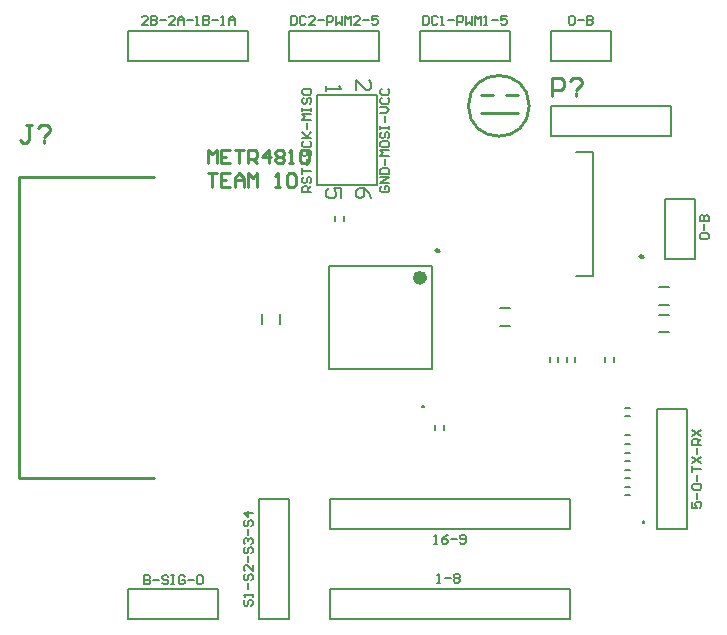
<source format=gto>
%FSDAX24Y24*%
%MOIN*%
%SFA1B1*%

%IPPOS*%
%ADD22C,0.010000*%
%ADD31C,0.009800*%
%ADD32C,0.023600*%
%ADD33C,0.007900*%
%ADD34C,0.005000*%
%ADD35C,0.008000*%
%LNmetr4810_pcb_c_layout-1*%
%LPD*%
G54D22*
X015362Y016150D02*
D01*
D01*
G75*
G03X013338I-1012J0D01*
G74*G01*
D01*
G75*
G03X015362I1012J0D01*
G74*G01*
X-001650Y003747D02*
X002850D01*
X-001650D02*
Y013790D01*
X002850*
X013750Y016500D02*
X014150D01*
X014600D02*
X015000D01*
X013750Y015900D02*
X015000D01*
X004650Y014230D02*
Y014680D01*
X004800Y014530*
X004950Y014680*
Y014230*
X005400Y014680D02*
X005100D01*
Y014230*
X005400*
X005100Y014455D02*
X005250D01*
X005550Y014680D02*
X005850D01*
X005700*
Y014230*
X006000D02*
Y014680D01*
X006224*
X006299Y014605*
Y014455*
X006224Y014380*
X006000*
X006150D02*
X006299Y014230D01*
X006674D02*
Y014680D01*
X006449Y014455*
X006749*
X006899Y014605D02*
X006974Y014680D01*
X007124*
X007199Y014605*
Y014530*
X007124Y014455*
X007199Y014380*
Y014305*
X007124Y014230*
X006974*
X006899Y014305*
Y014380*
X006974Y014455*
X006899Y014530*
Y014605*
X006974Y014455D02*
X007124D01*
X007349Y014230D02*
X007499D01*
X007424*
Y014680*
X007349Y014605*
X007724D02*
X007799Y014680D01*
X007949*
X008024Y014605*
Y014305*
X007949Y014230*
X007799*
X007724Y014305*
Y014605*
X004650Y013900D02*
X004950D01*
X004800*
Y013450*
X005400Y013900D02*
X005100D01*
Y013450*
X005400*
X005100Y013675D02*
X005250D01*
X005550Y013450D02*
Y013750D01*
X005700Y013900*
X005850Y013750*
Y013450*
Y013675*
X005550*
X006000Y013450D02*
Y013900D01*
X006150Y013750*
X006299Y013900*
Y013450*
X006899D02*
X007049D01*
X006974*
Y013900*
X006899Y013825*
X007274D02*
X007349Y013900D01*
X007499*
X007574Y013825*
Y013525*
X007499Y013450*
X007349*
X007274Y013525*
Y013825*
X-001199Y015520D02*
X-001399D01*
X-001299*
Y015020*
X-001399Y014920*
X-001499*
X-001599Y015020*
X-000999Y015420D02*
X-000899Y015520D01*
X-000699*
X-000599Y015420*
Y015320*
X-000799Y015120*
Y015020D02*
Y014920D01*
X016135Y016492D02*
Y017091D01*
X016434*
X016534Y016991*
Y016791*
X016434Y016691*
X016135*
X016734Y016991D02*
X016834Y017091D01*
X017034*
X017134Y016991*
Y016891*
X016934Y016691*
Y016591D02*
Y016492D01*
G54D31*
X019149Y011127D02*
D01*
D01*
G75*
G03X019051I-49J0D01*
G74*G01*
D01*
G75*
G03X019149I49J0D01*
G74*G01*
X012349Y011324D02*
D01*
D01*
G75*
G03X012251I-49J0D01*
G74*G01*
D01*
G75*
G03X012349I49J0D01*
G74*G01*
G54D32*
X011837Y010419D02*
D01*
D01*
G75*
G03X011601I-118J0D01*
G74*G01*
D01*
G75*
G03X011837I118J0D01*
G74*G01*
G54D33*
X020073Y015150D02*
Y016150D01*
X016073Y015150D02*
X020073D01*
X016073Y016150D02*
X020073D01*
X016073Y015150D02*
Y016150D01*
X016896Y007621D02*
Y007779D01*
X016621Y007621D02*
Y007779D01*
X019705Y009505D02*
X020020D01*
X019705Y010095D02*
X020020D01*
X019705Y008601D02*
X020020D01*
X019705Y009192D02*
X020020D01*
X014393Y008805D02*
X014707D01*
X014393Y009395D02*
X014707D01*
X007045Y008893D02*
Y009207D01*
X006455Y008893D02*
Y009207D01*
X017904Y007621D02*
Y007779D01*
X018179Y007621D02*
Y007779D01*
X019880Y013050D02*
X020880D01*
Y011050D02*
Y013050D01*
X019880Y011050D02*
X020880D01*
X019880D02*
Y013050D01*
X016048Y007621D02*
Y007779D01*
X016324Y007621D02*
Y007779D01*
X016935Y014617D02*
X017486D01*
Y010483D02*
Y014617D01*
X016935Y010483D02*
X017486D01*
X019630Y006055D02*
X020630D01*
Y002055D02*
Y006055D01*
X019630Y002055D02*
Y006055D01*
Y002055D02*
X020630D01*
X002000Y-000945D02*
Y000055D01*
X005000*
Y-000945D02*
Y000055D01*
X002000Y-000945D02*
X005000D01*
X008715Y000055D02*
X016715D01*
X008715Y-000945D02*
Y000055D01*
Y-000945D02*
X016715D01*
Y000055*
X008715Y003055D02*
X016715D01*
X008715Y002055D02*
Y003055D01*
Y002055D02*
X016715D01*
Y003055*
X016073Y017661D02*
X018073D01*
Y018661*
X016073D02*
X018073D01*
X016073Y017661D02*
Y018661D01*
X008905Y012316D02*
Y012473D01*
X009181Y012316D02*
Y012473D01*
X006358Y003055D02*
X007358D01*
Y-000945D02*
Y003055D01*
X006358Y-000945D02*
Y003055D01*
Y-000945D02*
X007358D01*
X010358Y017661D02*
Y018661D01*
X007358Y017661D02*
X010358D01*
X007358D02*
Y018661D01*
X010358*
X014715Y017661D02*
Y018661D01*
X011715Y017661D02*
X014715D01*
X011715D02*
Y018661D01*
X014715*
X018552Y004889D02*
X018709D01*
X018552Y005164D02*
X018709D01*
X018552Y003447D02*
X018709D01*
X018552Y003171D02*
X018709D01*
X018552Y005812D02*
X018709D01*
X018552Y006088D02*
X018709D01*
X012511Y005349D02*
Y005507D01*
X012235Y005349D02*
Y005507D01*
X018552Y004592D02*
X018709D01*
X018552Y004316D02*
X018709D01*
X002000Y017661D02*
Y018661D01*
X006000*
X002000Y017661D02*
X006000D01*
Y018661*
X018552Y003744D02*
X018709D01*
X018552Y004019D02*
X018709D01*
X008687Y010813D02*
X012113D01*
X008687Y007387D02*
X012113D01*
Y010813*
X008687Y007387D02*
Y010813D01*
X008300Y013500D02*
Y015417D01*
Y013500D02*
Y016500D01*
X010300Y013500D02*
Y016500D01*
X008300D02*
X010300D01*
X008300Y013500D02*
X010300D01*
G54D34*
X021100Y011700D02*
X021050Y011750D01*
Y011850*
X021100Y011900*
X021300*
X021350Y011850*
Y011750*
X021300Y011700*
X021100*
X021200Y012000D02*
Y012200D01*
X021050Y012300D02*
X021350D01*
Y012450*
X021300Y012500*
X021250*
X021200Y012450*
Y012300*
Y012450*
X021150Y012500*
X021100*
X021050Y012450*
Y012300*
X005900Y-000319D02*
X005850Y-000369D01*
Y-000469*
X005900Y-000519*
X005950*
X006000Y-000469*
Y-000369*
X006050Y-000319*
X006100*
X006150Y-000369*
Y-000469*
X006100Y-000519*
X006150Y-000219D02*
Y-000120D01*
Y-000169*
X005850*
X005900Y-000219*
X006000Y000030D02*
Y000230D01*
X005900Y000530D02*
X005850Y000480D01*
Y000380*
X005900Y000330*
X005950*
X006000Y000380*
Y000480*
X006050Y000530*
X006100*
X006150Y000480*
Y000380*
X006100Y000330*
X006150Y000830D02*
Y000630D01*
X005950Y000830*
X005900*
X005850Y000780*
Y000680*
X005900Y000630*
X006000Y000930D02*
Y001130D01*
X005900Y001430D02*
X005850Y001380D01*
Y001280*
X005900Y001230*
X005950*
X006000Y001280*
Y001380*
X006050Y001430*
X006100*
X006150Y001380*
Y001280*
X006100Y001230*
X005900Y001530D02*
X005850Y001580D01*
Y001680*
X005900Y001730*
X005950*
X006000Y001680*
Y001630*
Y001680*
X006050Y001730*
X006100*
X006150Y001680*
Y001580*
X006100Y001530*
X006000Y001830D02*
Y002030D01*
X005900Y002330D02*
X005850Y002280D01*
Y002180*
X005900Y002130*
X005950*
X006000Y002180*
Y002280*
X006050Y002330*
X006100*
X006150Y002280*
Y002180*
X006100Y002130*
X006150Y002580D02*
X005850D01*
X006000Y002430*
Y002630*
X002525Y000500D02*
Y000200D01*
X002675*
X002725Y000250*
Y000300*
X002675Y000350*
X002525*
X002675*
X002725Y000400*
Y000450*
X002675Y000500*
X002525*
X002825Y000350D02*
X003025D01*
X003325Y000450D02*
X003275Y000500D01*
X003175*
X003125Y000450*
Y000400*
X003175Y000350*
X003275*
X003325Y000300*
Y000250*
X003275Y000200*
X003175*
X003125Y000250*
X003425Y000500D02*
X003525D01*
X003475*
Y000200*
X003425*
X003525*
X003875Y000450D02*
X003825Y000500D01*
X003725*
X003675Y000450*
Y000250*
X003725Y000200*
X003825*
X003875Y000250*
Y000350*
X003775*
X003975D02*
X004175D01*
X004275Y000450D02*
X004325Y000500D01*
X004425*
X004475Y000450*
Y000250*
X004425Y000200*
X004325*
X004275Y000250*
Y000450*
X002650Y018850D02*
X002450D01*
X002650Y019050*
Y019100*
X002600Y019150*
X002500*
X002450Y019100*
X002750Y019150D02*
Y018850D01*
X002900*
X002950Y018900*
Y018950*
X002900Y019000*
X002750*
X002900*
X002950Y019050*
Y019100*
X002900Y019150*
X002750*
X003050Y019000D02*
X003250D01*
X003550Y018850D02*
X003350D01*
X003550Y019050*
Y019100*
X003500Y019150*
X003400*
X003350Y019100*
X003650Y018850D02*
Y019050D01*
X003750Y019150*
X003850Y019050*
Y018850*
Y019000*
X003650*
X003950D02*
X004150D01*
X004250Y018850D02*
X004350D01*
X004300*
Y019150*
X004250Y019100*
X004500Y019150D02*
Y018850D01*
X004650*
X004700Y018900*
Y018950*
X004650Y019000*
X004500*
X004650*
X004700Y019050*
Y019100*
X004650Y019150*
X004500*
X004800Y019000D02*
X005000D01*
X005100Y018850D02*
X005200D01*
X005150*
Y019150*
X005100Y019100*
X005350Y018850D02*
Y019050D01*
X005450Y019150*
X005549Y019050*
Y018850*
Y019000*
X005350*
X007408Y019150D02*
Y018850D01*
X007558*
X007608Y018900*
Y019100*
X007558Y019150*
X007408*
X007908Y019100D02*
X007858Y019150D01*
X007758*
X007708Y019100*
Y018900*
X007758Y018850*
X007858*
X007908Y018900*
X008208Y018850D02*
X008008D01*
X008208Y019050*
Y019100*
X008158Y019150*
X008058*
X008008Y019100*
X008308Y019000D02*
X008508D01*
X008608Y018850D02*
Y019150D01*
X008758*
X008808Y019100*
Y019000*
X008758Y018950*
X008608*
X008908Y019150D02*
Y018850D01*
X009008Y018950*
X009108Y018850*
Y019150*
X009208Y018850D02*
Y019150D01*
X009308Y019050*
X009408Y019150*
Y018850*
X009707D02*
X009507D01*
X009707Y019050*
Y019100*
X009657Y019150*
X009557*
X009507Y019100*
X009807Y019000D02*
X010007D01*
X010307Y019150D02*
X010107D01*
Y019000*
X010207Y019050*
X010257*
X010307Y019000*
Y018900*
X010257Y018850*
X010157*
X010107Y018900*
X011816Y019150D02*
Y018850D01*
X011966*
X012016Y018900*
Y019100*
X011966Y019150*
X011816*
X012316Y019100D02*
X012266Y019150D01*
X012166*
X012116Y019100*
Y018900*
X012166Y018850*
X012266*
X012316Y018900*
X012416Y018850D02*
X012516D01*
X012466*
Y019150*
X012416Y019100*
X012666Y019000D02*
X012865D01*
X012965Y018850D02*
Y019150D01*
X013115*
X013165Y019100*
Y019000*
X013115Y018950*
X012965*
X013265Y019150D02*
Y018850D01*
X013365Y018950*
X013465Y018850*
Y019150*
X013565Y018850D02*
Y019150D01*
X013665Y019050*
X013765Y019150*
Y018850*
X013865D02*
X013965D01*
X013915*
Y019150*
X013865Y019100*
X014115Y019000D02*
X014315D01*
X014615Y019150D02*
X014415D01*
Y019000*
X014515Y019050*
X014565*
X014615Y019000*
Y018900*
X014565Y018850*
X014465*
X014415Y018900*
X016673Y019100D02*
X016723Y019150D01*
X016823*
X016873Y019100*
Y018900*
X016823Y018850*
X016723*
X016673Y018900*
Y019100*
X016973Y019000D02*
X017173D01*
X017273Y019150D02*
Y018850D01*
X017423*
X017473Y018900*
Y018950*
X017423Y019000*
X017273*
X017423*
X017473Y019050*
Y019100*
X017423Y019150*
X017273*
X008100Y013276D02*
X007800D01*
Y013426*
X007850Y013475*
X007950*
X008000Y013426*
Y013276*
Y013376D02*
X008100Y013475D01*
X007850Y013775D02*
X007800Y013725D01*
Y013625*
X007850Y013575*
X007900*
X007950Y013625*
Y013725*
X008000Y013775*
X008050*
X008100Y013725*
Y013625*
X008050Y013575*
X007800Y013875D02*
Y014075D01*
Y013975*
X008100*
X007950Y014175D02*
Y014375D01*
X007850Y014675D02*
X007800Y014625D01*
Y014525*
X007850Y014475*
X007900*
X007950Y014525*
Y014625*
X008000Y014675*
X008050*
X008100Y014625*
Y014525*
X008050Y014475*
X007850Y014975D02*
X007800Y014925D01*
Y014825*
X007850Y014775*
X008050*
X008100Y014825*
Y014925*
X008050Y014975*
X007800Y015075D02*
X008100D01*
X008000*
X007800Y015275*
X007950Y015125*
X008100Y015275*
X007950Y015375D02*
Y015575D01*
X008100Y015675D02*
X007800D01*
X007900Y015775*
X007800Y015875*
X008100*
X007800Y015975D02*
Y016075D01*
Y016025*
X008100*
Y015975*
Y016075*
X007850Y016425D02*
X007800Y016375D01*
Y016275*
X007850Y016225*
X007900*
X007950Y016275*
Y016375*
X008000Y016425*
X008050*
X008100Y016375*
Y016275*
X008050Y016225*
X007800Y016674D02*
Y016574D01*
X007850Y016525*
X008050*
X008100Y016574*
Y016674*
X008050Y016724*
X007850*
X007800Y016674*
X010450Y013475D02*
X010400Y013426D01*
Y013326*
X010450Y013276*
X010650*
X010700Y013326*
Y013426*
X010650Y013475*
X010550*
Y013376*
X010700Y013575D02*
X010400D01*
X010700Y013775*
X010400*
Y013875D02*
X010700D01*
Y014025*
X010650Y014075*
X010450*
X010400Y014025*
Y013875*
X010550Y014175D02*
Y014375D01*
X010700Y014475D02*
X010400D01*
X010500Y014575*
X010400Y014675*
X010700*
X010400Y014925D02*
Y014825D01*
X010450Y014775*
X010650*
X010700Y014825*
Y014925*
X010650Y014975*
X010450*
X010400Y014925*
X010450Y015275D02*
X010400Y015225D01*
Y015125*
X010450Y015075*
X010500*
X010550Y015125*
Y015225*
X010600Y015275*
X010650*
X010700Y015225*
Y015125*
X010650Y015075*
X010400Y015375D02*
Y015475D01*
Y015425*
X010700*
Y015375*
Y015475*
X010550Y015625D02*
Y015825D01*
X010400Y015925D02*
X010600D01*
X010700Y016025*
X010600Y016125*
X010400*
X010450Y016425D02*
X010400Y016375D01*
Y016275*
X010450Y016225*
X010650*
X010700Y016275*
Y016375*
X010650Y016425*
X010450Y016724D02*
X010400Y016674D01*
Y016574*
X010450Y016525*
X010650*
X010700Y016574*
Y016674*
X010650Y016724*
X020800Y002955D02*
Y002756D01*
X020950*
X020900Y002856*
Y002905*
X020950Y002955*
X021050*
X021100Y002905*
Y002806*
X021050Y002756*
X020950Y003055D02*
Y003255D01*
X020850Y003355D02*
X020800Y003405D01*
Y003505*
X020850Y003555*
X021050*
X021100Y003505*
Y003405*
X021050Y003355*
X020850*
X020950Y003655D02*
Y003855D01*
X020800Y003955D02*
Y004155D01*
Y004055*
X021100*
X020800Y004255D02*
X021100Y004455D01*
X020800D02*
X021100Y004255D01*
X020950Y004555D02*
Y004755D01*
X021100Y004855D02*
X020800D01*
Y005005*
X020850Y005055*
X020950*
X021000Y005005*
Y004855*
Y004955D02*
X021100Y005055D01*
X020800Y005155D02*
X021100Y005355D01*
X020800D02*
X021100Y005155D01*
X012200Y001550D02*
X012300D01*
X012250*
Y001850*
X012200Y001800*
X012650Y001850D02*
X012550Y001800D01*
X012450Y001700*
Y001600*
X012500Y001550*
X012600*
X012650Y001600*
Y001650*
X012600Y001700*
X012450*
X012750D02*
X012950D01*
X013050Y001600D02*
X013100Y001550D01*
X013200*
X013250Y001600*
Y001800*
X013200Y001850*
X013100*
X013050Y001800*
Y001750*
X013100Y001700*
X013250*
X012300Y000250D02*
X012400D01*
X012350*
Y000550*
X012300Y000500*
X012550Y000400D02*
X012750D01*
X012850Y000500D02*
X012900Y000550D01*
X013000*
X013050Y000500*
Y000450*
X013000Y000400*
X013050Y000350*
Y000300*
X013000Y000250*
X012900*
X012850Y000300*
Y000350*
X012900Y000400*
X012850Y000450*
Y000500*
X012900Y000400D02*
X013000D01*
X011800Y006100D02*
Y006150D01*
X011850*
Y006100*
X011800*
X019150Y002250D02*
Y002300D01*
X019200*
Y002250*
X019150*
G54D35*
X008600Y016800D02*
Y016633D01*
Y016717*
X009100*
X009017Y016800*
X009600Y016667D02*
Y017000D01*
X009933Y016667*
X010017*
X010100Y016750*
Y016917*
X010017Y017000*
X009100Y013067D02*
Y013400D01*
X008850*
X008933Y013233*
Y013150*
X008850Y013067*
X008683*
X008600Y013150*
Y013317*
X008683Y013400*
X010100Y013067D02*
X010017Y013233D01*
X009850Y013400*
X009683*
X009600Y013317*
Y013150*
X009683Y013067*
X009767*
X009850Y013150*
Y013400*
M02*
</source>
